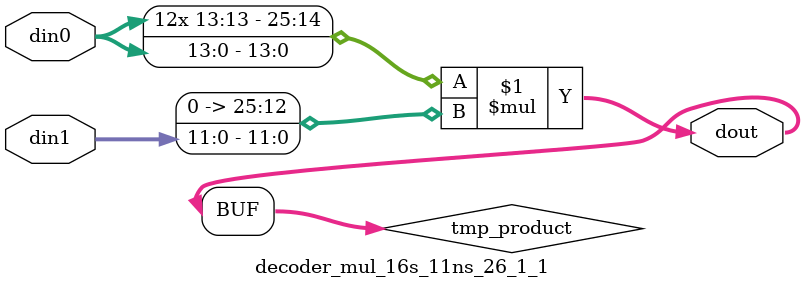
<source format=v>

`timescale 1 ns / 1 ps

 module decoder_mul_16s_11ns_26_1_1(din0, din1, dout);
parameter ID = 1;
parameter NUM_STAGE = 0;
parameter din0_WIDTH = 14;
parameter din1_WIDTH = 12;
parameter dout_WIDTH = 26;

input [din0_WIDTH - 1 : 0] din0; 
input [din1_WIDTH - 1 : 0] din1; 
output [dout_WIDTH - 1 : 0] dout;

wire signed [dout_WIDTH - 1 : 0] tmp_product;


























assign tmp_product = $signed(din0) * $signed({1'b0, din1});









assign dout = tmp_product;





















endmodule

</source>
